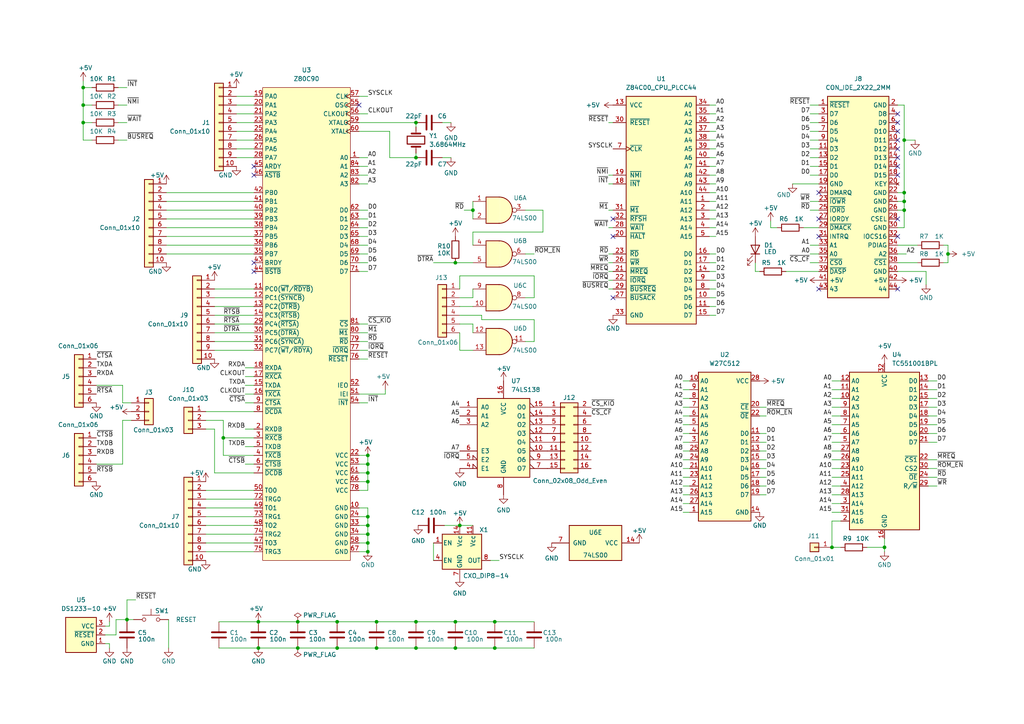
<source format=kicad_sch>
(kicad_sch (version 20231120) (generator "eeschema") (generator_version "8.0")
  (paper "A4")
  (title_block (title "Z80 KIO Prototype") (rev "1.1") (comment 1 "Add 10K pullup to ~{DTRA}"))
  (junction (at 106.68 154.94))
  (junction (at 74.93 187.96))
  (junction (at 106.68 160.02))
  (junction (at 132.08 76.2))
  (junction (at 24.13 25.4))
  (junction (at 106.68 134.62))
  (junction (at 97.79 180.34))
  (junction (at 120.65 187.96))
  (junction (at 97.79 187.96))
  (junction (at 24.13 30.48))
  (junction (at 120.65 180.34))
  (junction (at 143.51 180.34))
  (junction (at 274.955 73.66))
  (junction (at 109.22 180.34))
  (junction (at 262.255 60.96))
  (junction (at 137.16 60.96))
  (junction (at 86.36 180.34))
  (junction (at 24.13 35.56))
  (junction (at 86.36 187.96))
  (junction (at 106.68 152.4))
  (junction (at 262.255 40.64))
  (junction (at 64.77 127))
  (junction (at 74.93 180.34))
  (junction (at 132.08 180.34))
  (junction (at 36.83 179.705))
  (junction (at 143.51 187.96))
  (junction (at 262.255 58.42))
  (junction (at 132.08 187.96))
  (junction (at 241.3 158.75))
  (junction (at 106.68 132.08))
  (junction (at 106.68 149.86))
  (junction (at 106.68 157.48))
  (junction (at 133.35 152.4))
  (junction (at 106.68 139.7))
  (junction (at 256.54 158.75))
  (junction (at 109.22 187.96))
  (junction (at 106.68 137.16))
  (junction (at 120.65 45.72))
  (junction (at 120.65 35.56))
  (junction (at 262.255 55.88))
  (no_connect (at 237.49 83.82))
  (no_connect (at 237.49 68.58))
  (no_connect (at 260.35 63.5))
  (no_connect (at 177.8 63.5))
  (no_connect (at 260.35 43.18))
  (no_connect (at 260.35 45.72))
  (no_connect (at 260.35 68.58))
  (no_connect (at 260.35 83.82))
  (no_connect (at 177.8 68.58))
  (no_connect (at 260.35 40.64))
  (no_connect (at 260.35 50.8))
  (no_connect (at 73.66 78.74))
  (no_connect (at 73.66 50.8))
  (no_connect (at 177.8 86.36))
  (no_connect (at 73.66 48.26))
  (no_connect (at 260.35 48.26))
  (no_connect (at 237.49 55.88))
  (no_connect (at 104.14 30.48))
  (no_connect (at 260.35 35.56))
  (no_connect (at 260.35 33.02))
  (no_connect (at 260.35 38.1))
  (no_connect (at 73.66 76.2))
  (no_connect (at 237.49 63.5))
  (wire (pts (xy 62.23 86.36) (xy 73.66 86.36)))
  (wire (pts (xy 36.83 30.48) (xy 34.29 30.48)))
  (wire (pts (xy 71.12 134.62) (xy 73.66 134.62)))
  (wire (pts (xy 220.345 133.35) (xy 222.25 133.35)))
  (wire (pts (xy 120.65 180.34) (xy 132.08 180.34)))
  (wire (pts (xy 26.67 40.64) (xy 24.13 40.64)))
  (wire (pts (xy 176.53 60.96) (xy 177.8 60.96)))
  (wire (pts (xy 62.23 96.52) (xy 73.66 96.52)))
  (wire (pts (xy 38.735 179.705) (xy 36.83 179.705)))
  (wire (pts (xy 205.74 40.64) (xy 207.645 40.64)))
  (wire (pts (xy 176.53 53.34) (xy 177.8 53.34)))
  (wire (pts (xy 241.3 128.27) (xy 243.84 128.27)))
  (wire (pts (xy 68.58 43.18) (xy 73.66 43.18)))
  (wire (pts (xy 24.13 30.48) (xy 24.13 25.4)))
  (wire (pts (xy 176.53 66.04) (xy 177.8 66.04)))
  (wire (pts (xy 35.56 134.62) (xy 35.56 121.92)))
  (wire (pts (xy 268.605 78.74) (xy 268.605 82.55)))
  (wire (pts (xy 104.14 152.4) (xy 106.68 152.4)))
  (wire (pts (xy 104.14 160.02) (xy 106.68 160.02)))
  (wire (pts (xy 38.1 116.84) (xy 35.56 116.84)))
  (wire (pts (xy 63.5 187.96) (xy 74.93 187.96)))
  (wire (pts (xy 120.65 187.96) (xy 132.08 187.96)))
  (wire (pts (xy 48.895 179.705) (xy 48.895 187.96)))
  (wire (pts (xy 269.24 113.03) (xy 271.78 113.03)))
  (wire (pts (xy 64.77 127) (xy 73.66 127)))
  (wire (pts (xy 205.74 48.26) (xy 207.645 48.26)))
  (wire (pts (xy 137.16 101.6) (xy 133.35 101.6)))
  (wire (pts (xy 241.3 148.59) (xy 243.84 148.59)))
  (wire (pts (xy 62.23 99.06) (xy 73.66 99.06)))
  (wire (pts (xy 220.345 128.27) (xy 222.25 128.27)))
  (wire (pts (xy 71.12 116.84) (xy 73.66 116.84)))
  (wire (pts (xy 48.26 71.12) (xy 73.66 71.12)))
  (wire (pts (xy 133.35 83.82) (xy 133.35 80.01)))
  (wire (pts (xy 24.13 35.56) (xy 24.13 30.48)))
  (wire (pts (xy 128.905 152.4) (xy 133.35 152.4)))
  (wire (pts (xy 134.62 60.96) (xy 137.16 60.96)))
  (wire (pts (xy 205.74 43.18) (xy 207.645 43.18)))
  (wire (pts (xy 62.23 93.98) (xy 73.66 93.98)))
  (wire (pts (xy 59.69 157.48) (xy 73.66 157.48)))
  (wire (pts (xy 104.14 104.14) (xy 106.68 104.14)))
  (wire (pts (xy 104.14 116.84) (xy 106.68 116.84)))
  (wire (pts (xy 198.12 113.03) (xy 200.025 113.03)))
  (wire (pts (xy 198.12 115.57) (xy 200.025 115.57)))
  (wire (pts (xy 36.83 173.99) (xy 36.83 179.705)))
  (wire (pts (xy 59.69 144.78) (xy 73.66 144.78)))
  (wire (pts (xy 269.24 128.27) (xy 271.78 128.27)))
  (wire (pts (xy 220.345 138.43) (xy 222.25 138.43)))
  (wire (pts (xy 269.24 140.97) (xy 271.78 140.97)))
  (wire (pts (xy 274.955 76.2) (xy 274.955 73.66)))
  (wire (pts (xy 104.14 139.7) (xy 106.68 139.7)))
  (wire (pts (xy 97.79 187.96) (xy 109.22 187.96)))
  (wire (pts (xy 24.13 25.4) (xy 26.67 25.4)))
  (wire (pts (xy 241.3 125.73) (xy 243.84 125.73)))
  (wire (pts (xy 104.14 60.96) (xy 106.68 60.96)))
  (wire (pts (xy 205.74 30.48) (xy 207.645 30.48)))
  (wire (pts (xy 241.3 118.11) (xy 243.84 118.11)))
  (wire (pts (xy 106.68 149.86) (xy 106.68 152.4)))
  (wire (pts (xy 157.48 67.31) (xy 137.16 67.31)))
  (wire (pts (xy 234.95 35.56) (xy 237.49 35.56)))
  (wire (pts (xy 234.95 48.26) (xy 237.49 48.26)))
  (wire (pts (xy 111.76 113.03) (xy 111.76 114.3)))
  (wire (pts (xy 132.08 187.96) (xy 143.51 187.96)))
  (wire (pts (xy 104.14 35.56) (xy 120.65 35.56)))
  (wire (pts (xy 68.58 27.94) (xy 73.66 27.94)))
  (wire (pts (xy 198.12 143.51) (xy 200.025 143.51)))
  (wire (pts (xy 26.67 35.56) (xy 24.13 35.56)))
  (wire (pts (xy 198.12 146.05) (xy 200.025 146.05)))
  (wire (pts (xy 59.69 119.38) (xy 73.66 119.38)))
  (wire (pts (xy 198.12 133.35) (xy 200.025 133.35)))
  (wire (pts (xy 198.12 130.81) (xy 200.025 130.81)))
  (wire (pts (xy 137.16 86.36) (xy 137.16 83.82)))
  (wire (pts (xy 260.35 78.74) (xy 268.605 78.74)))
  (wire (pts (xy 205.74 50.8) (xy 207.645 50.8)))
  (wire (pts (xy 260.35 73.66) (xy 262.89 73.66)))
  (wire (pts (xy 71.12 111.76) (xy 73.66 111.76)))
  (wire (pts (xy 176.53 78.74) (xy 177.8 78.74)))
  (wire (pts (xy 269.24 123.19) (xy 271.78 123.19)))
  (wire (pts (xy 133.35 93.98) (xy 137.16 93.98)))
  (wire (pts (xy 205.74 58.42) (xy 207.645 58.42)))
  (wire (pts (xy 176.53 83.82) (xy 177.8 83.82)))
  (wire (pts (xy 104.14 27.94) (xy 106.68 27.94)))
  (wire (pts (xy 220.345 120.65) (xy 222.25 120.65)))
  (wire (pts (xy 251.46 158.75) (xy 256.54 158.75)))
  (wire (pts (xy 104.14 101.6) (xy 106.68 101.6)))
  (wire (pts (xy 64.77 127) (xy 64.77 121.92)))
  (wire (pts (xy 234.95 38.1) (xy 237.49 38.1)))
  (wire (pts (xy 205.74 53.34) (xy 207.645 53.34)))
  (wire (pts (xy 35.56 134.62) (xy 27.94 134.62)))
  (wire (pts (xy 260.35 66.04) (xy 262.255 66.04)))
  (wire (pts (xy 223.52 64.135) (xy 223.52 66.04)))
  (wire (pts (xy 205.74 91.44) (xy 207.645 91.44)))
  (wire (pts (xy 104.14 53.34) (xy 106.68 53.34)))
  (wire (pts (xy 104.14 68.58) (xy 106.68 68.58)))
  (wire (pts (xy 104.14 134.62) (xy 106.68 134.62)))
  (wire (pts (xy 104.14 132.08) (xy 106.68 132.08)))
  (wire (pts (xy 241.3 123.19) (xy 243.84 123.19)))
  (wire (pts (xy 133.35 152.4) (xy 137.16 152.4)))
  (wire (pts (xy 48.26 73.66) (xy 73.66 73.66)))
  (wire (pts (xy 205.74 73.66) (xy 207.645 73.66)))
  (wire (pts (xy 62.23 91.44) (xy 73.66 91.44)))
  (wire (pts (xy 106.68 157.48) (xy 106.68 160.02)))
  (wire (pts (xy 125.73 157.48) (xy 125.73 162.56)))
  (wire (pts (xy 104.14 93.98) (xy 106.68 93.98)))
  (wire (pts (xy 132.08 76.2) (xy 137.16 76.2)))
  (wire (pts (xy 198.12 110.49) (xy 200.025 110.49)))
  (wire (pts (xy 113.03 45.72) (xy 120.65 45.72)))
  (wire (pts (xy 234.95 50.8) (xy 237.49 50.8)))
  (wire (pts (xy 256.54 158.75) (xy 256.54 156.21)))
  (wire (pts (xy 274.955 73.66) (xy 274.955 71.12)))
  (wire (pts (xy 234.95 40.64) (xy 237.49 40.64)))
  (wire (pts (xy 262.255 60.96) (xy 262.255 66.04)))
  (wire (pts (xy 130.81 45.72) (xy 128.27 45.72)))
  (wire (pts (xy 234.95 71.12) (xy 237.49 71.12)))
  (wire (pts (xy 269.24 125.73) (xy 271.78 125.73)))
  (wire (pts (xy 106.68 147.32) (xy 106.68 149.86)))
  (wire (pts (xy 176.53 50.8) (xy 177.8 50.8)))
  (wire (pts (xy 241.3 146.05) (xy 243.84 146.05)))
  (wire (pts (xy 234.95 58.42) (xy 237.49 58.42)))
  (wire (pts (xy 152.4 60.96) (xy 157.48 60.96)))
  (wire (pts (xy 234.95 73.66) (xy 237.49 73.66)))
  (wire (pts (xy 39.37 173.99) (xy 36.83 173.99)))
  (wire (pts (xy 176.53 35.56) (xy 177.8 35.56)))
  (wire (pts (xy 154.94 92.71) (xy 154.94 99.06)))
  (wire (pts (xy 269.24 120.65) (xy 271.78 120.65)))
  (wire (pts (xy 234.95 45.72) (xy 237.49 45.72)))
  (wire (pts (xy 71.12 106.68) (xy 73.66 106.68)))
  (wire (pts (xy 269.24 110.49) (xy 271.78 110.49)))
  (wire (pts (xy 36.83 179.705) (xy 36.83 180.34)))
  (wire (pts (xy 205.74 66.04) (xy 207.645 66.04)))
  (wire (pts (xy 130.81 35.56) (xy 128.27 35.56)))
  (wire (pts (xy 59.69 152.4) (xy 73.66 152.4)))
  (wire (pts (xy 176.53 76.2) (xy 177.8 76.2)))
  (wire (pts (xy 143.51 187.96) (xy 154.94 187.96)))
  (wire (pts (xy 59.69 142.24) (xy 73.66 142.24)))
  (wire (pts (xy 205.74 60.96) (xy 207.645 60.96)))
  (wire (pts (xy 139.7 92.71) (xy 154.94 92.71)))
  (wire (pts (xy 229.87 53.34) (xy 237.49 53.34)))
  (wire (pts (xy 106.68 139.7) (xy 106.68 142.24)))
  (wire (pts (xy 106.68 137.16) (xy 106.68 139.7)))
  (wire (pts (xy 198.12 140.97) (xy 200.025 140.97)))
  (wire (pts (xy 48.26 60.96) (xy 73.66 60.96)))
  (wire (pts (xy 269.24 118.11) (xy 271.78 118.11)))
  (wire (pts (xy 241.3 135.89) (xy 243.84 135.89)))
  (wire (pts (xy 68.58 33.02) (xy 73.66 33.02)))
  (wire (pts (xy 220.345 140.97) (xy 222.25 140.97)))
  (wire (pts (xy 104.14 45.72) (xy 106.68 45.72)))
  (wire (pts (xy 198.12 148.59) (xy 200.025 148.59)))
  (wire (pts (xy 132.08 180.34) (xy 143.51 180.34)))
  (wire (pts (xy 120.65 44.45) (xy 120.65 45.72)))
  (wire (pts (xy 86.36 187.96) (xy 97.79 187.96)))
  (wire (pts (xy 198.12 135.89) (xy 200.025 135.89)))
  (wire (pts (xy 205.74 86.36) (xy 207.645 86.36)))
  (wire (pts (xy 176.53 81.28) (xy 177.8 81.28)))
  (wire (pts (xy 30.48 186.69) (xy 31.75 186.69)))
  (wire (pts (xy 68.58 40.64) (xy 73.66 40.64)))
  (wire (pts (xy 62.23 137.16) (xy 62.23 124.46)))
  (wire (pts (xy 241.3 110.49) (xy 243.84 110.49)))
  (wire (pts (xy 71.12 129.54) (xy 73.66 129.54)))
  (wire (pts (xy 220.345 118.11) (xy 222.25 118.11)))
  (wire (pts (xy 104.14 38.1) (xy 113.03 38.1)))
  (wire (pts (xy 62.23 83.82) (xy 73.66 83.82)))
  (wire (pts (xy 152.4 73.66) (xy 154.94 73.66)))
  (wire (pts (xy 36.83 35.56) (xy 34.29 35.56)))
  (wire (pts (xy 205.74 35.56) (xy 207.645 35.56)))
  (wire (pts (xy 154.94 86.36) (xy 152.4 86.36)))
  (wire (pts (xy 241.3 130.81) (xy 243.84 130.81)))
  (wire (pts (xy 220.345 78.74) (xy 219.075 78.74)))
  (wire (pts (xy 260.35 76.2) (xy 266.065 76.2)))
  (wire (pts (xy 109.22 180.34) (xy 120.65 180.34)))
  (wire (pts (xy 205.74 83.82) (xy 207.645 83.82)))
  (wire (pts (xy 256.54 160.02) (xy 256.54 158.75)))
  (wire (pts (xy 241.3 151.13) (xy 243.84 151.13)))
  (wire (pts (xy 198.12 138.43) (xy 200.025 138.43)))
  (wire (pts (xy 73.66 132.08) (xy 64.77 132.08)))
  (wire (pts (xy 97.79 180.34) (xy 109.22 180.34)))
  (wire (pts (xy 198.12 118.11) (xy 200.025 118.11)))
  (wire (pts (xy 142.24 162.56) (xy 144.78 162.56)))
  (wire (pts (xy 176.53 73.66) (xy 177.8 73.66)))
  (wire (pts (xy 33.655 179.705) (xy 36.83 179.705)))
  (wire (pts (xy 133.35 86.36) (xy 137.16 86.36)))
  (wire (pts (xy 104.14 99.06) (xy 106.68 99.06)))
  (wire (pts (xy 31.75 186.69) (xy 31.75 187.96)))
  (wire (pts (xy 71.12 124.46) (xy 73.66 124.46)))
  (wire (pts (xy 68.58 45.72) (xy 73.66 45.72)))
  (wire (pts (xy 269.24 115.57) (xy 271.78 115.57)))
  (wire (pts (xy 157.48 60.96) (xy 157.48 67.31)))
  (wire (pts (xy 33.655 179.705) (xy 33.655 184.15)))
  (wire (pts (xy 133.35 101.6) (xy 133.35 96.52)))
  (wire (pts (xy 241.3 133.35) (xy 243.84 133.35)))
  (wire (pts (xy 269.24 135.89) (xy 271.78 135.89)))
  (wire (pts (xy 104.14 33.02) (xy 106.68 33.02)))
  (wire (pts (xy 35.56 111.76) (xy 27.94 111.76)))
  (wire (pts (xy 274.955 71.12) (xy 273.685 71.12)))
  (wire (pts (xy 205.74 68.58) (xy 207.645 68.58)))
  (wire (pts (xy 68.58 38.1) (xy 73.66 38.1)))
  (wire (pts (xy 59.69 147.32) (xy 73.66 147.32)))
  (wire (pts (xy 104.14 78.74) (xy 106.68 78.74)))
  (wire (pts (xy 262.255 55.88) (xy 262.255 40.64)))
  (wire (pts (xy 106.68 132.08) (xy 106.68 134.62)))
  (wire (pts (xy 205.74 78.74) (xy 207.645 78.74)))
  (wire (pts (xy 198.12 128.27) (xy 200.025 128.27)))
  (wire (pts (xy 241.3 143.51) (xy 243.84 143.51)))
  (wire (pts (xy 133.35 80.01) (xy 154.94 80.01)))
  (wire (pts (xy 133.35 88.9) (xy 137.16 88.9)))
  (wire (pts (xy 273.685 76.2) (xy 274.955 76.2)))
  (wire (pts (xy 74.93 187.96) (xy 86.36 187.96)))
  (wire (pts (xy 125.73 76.2) (xy 132.08 76.2)))
  (wire (pts (xy 106.68 134.62) (xy 106.68 137.16)))
  (wire (pts (xy 62.23 124.46) (xy 59.69 124.46)))
  (wire (pts (xy 220.345 130.81) (xy 222.25 130.81)))
  (wire (pts (xy 260.35 60.96) (xy 262.255 60.96)))
  (wire (pts (xy 262.255 58.42) (xy 262.255 60.96)))
  (wire (pts (xy 262.255 40.64) (xy 265.43 40.64)))
  (wire (pts (xy 104.14 157.48) (xy 106.68 157.48)))
  (wire (pts (xy 205.74 38.1) (xy 207.645 38.1)))
  (wire (pts (xy 260.35 71.12) (xy 266.065 71.12)))
  (wire (pts (xy 62.23 101.6) (xy 73.66 101.6)))
  (wire (pts (xy 241.3 151.13) (xy 241.3 158.75)))
  (wire (pts (xy 35.56 121.92) (xy 38.1 121.92)))
  (wire (pts (xy 64.77 132.08) (xy 64.77 127)))
  (wire (pts (xy 31.75 181.61) (xy 31.75 180.34)))
  (wire (pts (xy 269.24 133.35) (xy 271.78 133.35)))
  (wire (pts (xy 104.14 147.32) (xy 106.68 147.32)))
  (wire (pts (xy 73.66 137.16) (xy 62.23 137.16)))
  (wire (pts (xy 30.48 181.61) (xy 31.75 181.61)))
  (wire (pts (xy 225.425 66.04) (xy 223.52 66.04)))
  (wire (pts (xy 137.16 60.96) (xy 137.16 63.5)))
  (wire (pts (xy 104.14 137.16) (xy 106.68 137.16)))
  (wire (pts (xy 120.65 35.56) (xy 120.65 36.83)))
  (wire (pts (xy 260.35 55.88) (xy 262.255 55.88)))
  (wire (pts (xy 220.345 125.73) (xy 222.25 125.73)))
  (wire (pts (xy 48.26 68.58) (xy 73.66 68.58)))
  (wire (pts (xy 104.14 76.2) (xy 106.68 76.2)))
  (wire (pts (xy 106.68 154.94) (xy 106.68 157.48)))
  (wire (pts (xy 104.14 63.5) (xy 106.68 63.5)))
  (wire (pts (xy 262.255 40.64) (xy 262.255 30.48)))
  (wire (pts (xy 109.22 187.96) (xy 120.65 187.96)))
  (wire (pts (xy 104.14 50.8) (xy 106.68 50.8)))
  (wire (pts (xy 48.26 66.04) (xy 73.66 66.04)))
  (wire (pts (xy 26.67 30.48) (xy 24.13 30.48)))
  (wire (pts (xy 36.83 25.4) (xy 34.29 25.4)))
  (wire (pts (xy 262.255 55.88) (xy 262.255 58.42)))
  (wire (pts (xy 62.23 88.9) (xy 73.66 88.9)))
  (wire (pts (xy 234.95 30.48) (xy 237.49 30.48)))
  (wire (pts (xy 234.95 76.2) (xy 237.49 76.2)))
  (wire (pts (xy 227.965 78.74) (xy 237.49 78.74)))
  (wire (pts (xy 104.14 114.3) (xy 111.76 114.3)))
  (wire (pts (xy 137.16 67.31) (xy 137.16 71.12)))
  (wire (pts (xy 234.95 60.96) (xy 237.49 60.96)))
  (wire (pts (xy 233.045 66.04) (xy 237.49 66.04)))
  (wire (pts (xy 48.26 63.5) (xy 73.66 63.5)))
  (wire (pts (xy 205.74 63.5) (xy 207.645 63.5)))
  (wire (pts (xy 205.74 81.28) (xy 207.645 81.28)))
  (wire (pts (xy 234.95 33.02) (xy 237.49 33.02)))
  (wire (pts (xy 68.58 30.48) (xy 73.66 30.48)))
  (wire (pts (xy 198.12 125.73) (xy 200.025 125.73)))
  (wire (pts (xy 74.93 180.34) (xy 86.36 180.34)))
  (wire (pts (xy 220.345 143.51) (xy 222.25 143.51)))
  (wire (pts (xy 139.7 91.44) (xy 139.7 92.71)))
  (wire (pts (xy 205.74 76.2) (xy 207.645 76.2)))
  (wire (pts (xy 71.12 109.22) (xy 73.66 109.22)))
  (wire (pts (xy 63.5 180.34) (xy 74.93 180.34)))
  (wire (pts (xy 24.13 40.64) (xy 24.13 35.56)))
  (wire (pts (xy 262.255 30.48) (xy 260.35 30.48)))
  (wire (pts (xy 71.12 114.3) (xy 73.66 114.3)))
  (wire (pts (xy 36.83 40.64) (xy 34.29 40.64)))
  (wire (pts (xy 143.51 180.34) (xy 154.94 180.34)))
  (wire (pts (xy 205.74 45.72) (xy 207.645 45.72)))
  (wire (pts (xy 59.69 160.02) (xy 73.66 160.02)))
  (wire (pts (xy 104.14 71.12) (xy 106.68 71.12)))
  (wire (pts (xy 104.14 142.24) (xy 106.68 142.24)))
  (wire (pts (xy 59.69 154.94) (xy 73.66 154.94)))
  (wire (pts (xy 104.14 96.52) (xy 106.68 96.52)))
  (wire (pts (xy 68.58 35.56) (xy 73.66 35.56)))
  (wire (pts (xy 133.35 91.44) (xy 139.7 91.44)))
  (wire (pts (xy 243.84 158.75) (xy 241.3 158.75)))
  (wire (pts (xy 106.68 152.4) (xy 106.68 154.94)))
  (wire (pts (xy 219.075 76.2) (xy 219.075 78.74)))
  (wire (pts (xy 104.14 66.04) (xy 106.68 66.04)))
  (wire (pts (xy 104.14 149.86) (xy 106.68 149.86)))
  (wire (pts (xy 48.26 58.42) (xy 73.66 58.42)))
  (wire (pts (xy 262.255 58.42) (xy 260.35 58.42)))
  (wire (pts (xy 220.345 135.89) (xy 222.25 135.89)))
  (wire (pts (xy 241.3 138.43) (xy 243.84 138.43)))
  (wire (pts (xy 33.655 184.15) (xy 30.48 184.15)))
  (wire (pts (xy 113.03 38.1) (xy 113.03 45.72)))
  (wire (pts (xy 137.16 93.98) (xy 137.16 96.52)))
  (wire (pts (xy 205.74 88.9) (xy 207.645 88.9)))
  (wire (pts (xy 64.77 121.92) (xy 59.69 121.92)))
  (wire (pts (xy 86.36 180.34) (xy 97.79 180.34)))
  (wire (pts (xy 234.95 43.18) (xy 237.49 43.18)))
  (wire (pts (xy 104.14 154.94) (xy 106.68 154.94)))
  (wire (pts (xy 154.94 99.06) (xy 152.4 99.06)))
  (wire (pts (xy 205.74 33.02) (xy 207.645 33.02)))
  (wire (pts (xy 241.3 120.65) (xy 243.84 120.65)))
  (wire (pts (xy 137.16 58.42) (xy 137.16 60.96)))
  (wire (pts (xy 241.3 113.03) (xy 243.84 113.03)))
  (wire (pts (xy 241.3 115.57) (xy 243.84 115.57)))
  (wire (pts (xy 35.56 116.84) (xy 35.56 111.76)))
  (wire (pts (xy 24.13 23.495) (xy 24.13 25.4)))
  (wire (pts (xy 48.26 55.88) (xy 73.66 55.88)))
  (wire (pts (xy 205.74 55.88) (xy 207.645 55.88)))
  (wire (pts (xy 154.94 80.01) (xy 154.94 86.36)))
  (wire (pts (xy 198.12 120.65) (xy 200.025 120.65)))
  (wire (pts (xy 241.3 140.97) (xy 243.84 140.97)))
  (wire (pts (xy 104.14 73.66) (xy 106.68 73.66)))
  (wire (pts (xy 59.69 149.86) (xy 73.66 149.86)))
  (wire (pts (xy 198.12 123.19) (xy 200.025 123.19)))
  (wire (pts (xy 269.24 138.43) (xy 271.78 138.43)))
  (wire (pts (xy 104.14 48.26) (xy 106.68 48.26)))
  (label "D1" (at 222.25 128.27 0))
  (label "~{RTSB}" (at 64.77 91.44 0))
  (label "~{CS_KIO}" (at 106.68 93.98 0))
  (label "D3" (at 271.78 118.11 0))
  (label "RXDA" (at 27.94 109.22 0))
  (label "~{CS_CF}" (at 234.95 76.2 180))
  (label "A5" (at 241.3 123.19 180))
  (label "~{M1}" (at 106.68 96.52 0))
  (label "A3" (at 241.3 118.11 180))
  (label "~{WR}" (at 176.53 76.2 180))
  (label "D4" (at 222.25 135.89 0))
  (label "D5" (at 222.25 138.43 0))
  (label "A5" (at 207.645 43.18 0))
  (label "A1" (at 207.645 33.02 0))
  (label "A0" (at 234.95 73.66 180))
  (label "A2" (at 262.89 73.66 0))
  (label "D2" (at 222.25 130.81 0))
  (label "A4" (at 198.12 120.65 180))
  (label "~{DTRA}" (at 64.77 96.52 0))
  (label "D7" (at 207.645 91.44 0))
  (label "A4" (at 241.3 120.65 180))
  (label "D1" (at 234.95 48.26 180))
  (label "A2" (at 207.645 35.56 0))
  (label "D3" (at 222.25 133.35 0))
  (label "~{RD}" (at 234.95 60.96 180))
  (label "D5" (at 234.95 38.1 180))
  (label "A0" (at 207.645 30.48 0))
  (label "A11" (at 241.3 138.43 180))
  (label "A7" (at 198.12 128.27 180))
  (label "D0" (at 271.78 110.49 0))
  (label "~{RD}" (at 176.53 73.66 180))
  (label "D1" (at 106.68 63.5 0))
  (label "A13" (at 207.645 63.5 0))
  (label "D5" (at 271.78 123.19 0))
  (label "~{IORQ}" (at 176.53 81.28 180))
  (label "D3" (at 106.68 68.58 0))
  (label "~{CTSB}" (at 27.94 127 0))
  (label "A15" (at 198.12 148.59 180))
  (label "A3" (at 198.12 118.11 180))
  (label "A9" (at 207.645 53.34 0))
  (label "~{RESET}" (at 176.53 35.56 180))
  (label "D5" (at 207.645 86.36 0))
  (label "A6" (at 207.645 45.72 0))
  (label "A8" (at 207.645 50.8 0))
  (label "D1" (at 207.645 76.2 0))
  (label "A3" (at 207.645 38.1 0))
  (label "D6" (at 222.25 140.97 0))
  (label "A2" (at 198.12 115.57 180))
  (label "CLKOUT" (at 106.68 33.02 0))
  (label "~{RTSA}" (at 64.77 93.98 0))
  (label "A0" (at 241.3 110.49 180))
  (label "~{RD}" (at 106.68 99.06 0))
  (label "D7" (at 222.25 143.51 0))
  (label "D6" (at 271.78 125.73 0))
  (label "A8" (at 241.3 130.81 180))
  (label "A12" (at 241.3 140.97 180))
  (label "RXDB" (at 71.12 124.46 180))
  (label "~{MREQ}" (at 271.78 133.35 0))
  (label "D2" (at 106.68 66.04 0))
  (label "~{CS_CF}" (at 171.45 120.65 0))
  (label "~{MREQ}" (at 176.53 78.74 180))
  (label "D6" (at 234.95 35.56 180))
  (label "D3" (at 234.95 43.18 180))
  (label "~{INT}" (at 36.83 25.4 0))
  (label "~{INT}" (at 176.53 53.34 180))
  (label "A9" (at 241.3 133.35 180))
  (label "D2" (at 207.645 78.74 0))
  (label "A4" (at 133.35 118.11 180))
  (label "~{WAIT}" (at 36.83 35.56 0))
  (label "RXDB" (at 27.94 132.08 0))
  (label "~{BUSREQ}" (at 36.83 40.64 0))
  (label "D2" (at 271.78 115.57 0))
  (label "~{RD}" (at 271.78 138.43 0))
  (label "A13" (at 241.3 143.51 180))
  (label "~{BUSREQ}" (at 176.53 83.82 180))
  (label "~{RTSA}" (at 27.94 114.3 0))
  (label "D3" (at 207.645 81.28 0))
  (label "D7" (at 234.95 33.02 180))
  (label "A12" (at 207.645 60.96 0))
  (label "D4" (at 271.78 120.65 0))
  (label "SYSCLK" (at 177.8 43.18 180))
  (label "A13" (at 198.12 143.51 180))
  (label "~{M1}" (at 176.53 60.96 180))
  (label "SYSCLK" (at 144.78 162.56 0))
  (label "CLKOUT" (at 71.12 109.22 180))
  (label "~{ROM_EN}" (at 154.94 73.66 0))
  (label "TXDA" (at 27.94 106.68 0))
  (label "A3" (at 106.68 53.34 0))
  (label "A8" (at 198.12 130.81 180))
  (label "D6" (at 106.68 76.2 0))
  (label "A1" (at 198.12 113.03 180))
  (label "D7" (at 271.78 128.27 0))
  (label "A7" (at 241.3 128.27 180))
  (label "SYSCLK" (at 106.68 27.94 0))
  (label "A10" (at 198.12 135.89 180))
  (label "A5" (at 198.12 123.19 180))
  (label "~{CS_KIO}" (at 171.45 118.11 0))
  (label "D6" (at 207.645 88.9 0))
  (label "~{CTSB}" (at 71.12 134.62 180))
  (label "D4" (at 234.95 40.64 180))
  (label "A4" (at 207.645 40.64 0))
  (label "~{CTSA}" (at 71.12 116.84 180))
  (label "D0" (at 222.25 125.73 0))
  (label "D0" (at 106.68 60.96 0))
  (label "TXDB" (at 27.94 129.54 0))
  (label "D5" (at 106.68 73.66 0))
  (label "A6" (at 198.12 125.73 180))
  (label "A0" (at 106.68 45.72 0))
  (label "A7" (at 207.645 48.26 0))
  (label "A2" (at 106.68 50.8 0))
  (label "~{NMI}" (at 176.53 50.8 180))
  (label "D7" (at 106.68 78.74 0))
  (label "A6" (at 133.35 123.19 180))
  (label "D4" (at 207.645 83.82 0))
  (label "~{ROM_EN}" (at 222.25 120.65 0))
  (label "~{RTSB}" (at 27.94 137.16 0))
  (label "D4" (at 106.68 71.12 0))
  (label "A7" (at 133.35 130.81 180))
  (label "A14" (at 207.645 66.04 0))
  (label "TXDB" (at 71.12 129.54 180))
  (label "~{DTRA}" (at 125.73 76.2 180))
  (label "~{RESET}" (at 234.95 30.48 180))
  (label "A15" (at 207.645 68.58 0))
  (label "~{RESET}" (at 106.68 104.14 0))
  (label "A14" (at 198.12 146.05 180))
  (label "A9" (at 198.12 133.35 180))
  (label "CLKOUT" (at 71.12 114.3 180))
  (label "A14" (at 241.3 146.05 180))
  (label "~{RD}" (at 134.62 60.96 180))
  (label "~{WAIT}" (at 176.53 66.04 180))
  (label "~{IORQ}" (at 106.68 101.6 0))
  (label "~{INT}" (at 106.68 116.84 0))
  (label "~{MREQ}" (at 222.25 118.11 0))
  (label "D0" (at 207.645 73.66 0))
  (label "A0" (at 198.12 110.49 180))
  (label "~{RESET}" (at 39.37 173.99 0))
  (label "D0" (at 234.95 50.8 180))
  (label "A1" (at 241.3 113.03 180))
  (label "A10" (at 207.645 55.88 0))
  (label "A15" (at 241.3 148.59 180))
  (label "~{WR}" (at 271.78 140.97 0))
  (label "A1" (at 234.95 71.12 180))
  (label "A1" (at 106.68 48.26 0))
  (label "TXDA" (at 71.12 111.76 180))
  (label "A11" (at 198.12 138.43 180))
  (label "A5" (at 133.35 120.65 180))
  (label "~{ROM_EN}" (at 271.78 135.89 0))
  (label "~{NMI}" (at 36.83 30.48 0))
  (label "A11" (at 207.645 58.42 0))
  (label "~{WR}" (at 234.95 58.42 180))
  (label "A6" (at 241.3 125.73 180))
  (label "D1" (at 271.78 113.03 0))
  (label "~{IORQ}" (at 133.35 133.35 180))
  (label "A12" (at 198.12 140.97 180))
  (label "A2" (at 241.3 115.57 180))
  (label "RXDA" (at 71.12 106.68 180))
  (label "~{CTSA}" (at 27.94 104.14 0))
  (label "D2" (at 234.95 45.72 180))
  (label "A10" (at 241.3 135.89 180))
  (symbol (lib_name "+5V_1") (lib_id "power:+5V") (at 256.54 105.41 0) (unit 1)
    (property "Reference" "#PWR06" (effects (hide yes)))
    (property "Value" "+5V" (at 256.54 100.33 0))
    (property "Description" "Power symbol creates a global label with name \"+5V\"" (effects (hide yes)))
  )
  (symbol (lib_id "power:GND") (at 229.87 53.34 0) (unit 1)
    (property "Reference" "#PWR031" (effects (hide yes)))
    (property "Value" "GND" (at 227.33 56.515 0))
  )
  (symbol (lib_id "power:GND") (at 68.58 48.26 0) (mirror y) (unit 1)
    (property "Reference" "#PWR018" (effects (hide yes)))
    (property "Value" "GND" (at 65.405 50.8 0))
  )
  (symbol (lib_id "Device:R") (at 132.08 72.39 0) (mirror y) (unit 1)
    (property "Reference" "R10" (at 128.778 71.374 0))
    (property "Value" "10K" (at 128.778 73.406 0))
    (property "Footprint" "Resistor_SMD:R_0805_2012Metric_Pad1.20x1.40mm_HandSolder" (effects (hide yes)))
  )
  (symbol (lib_id "Device:C") (at 124.46 45.72 270) (mirror x) (unit 1)
    (property "Reference" "C7" (at 128.27 47.625 90))
    (property "Value" "22pF" (at 120.015 47.625 90))
    (property "Footprint" "Capacitor_SMD:C_0805_2012Metric_Pad1.18x1.45mm_HandSolder" (effects (hide yes)))
  )
  (symbol (lib_id "Device:C") (at 97.79 184.15 180) (unit 1)
    (property "Reference" "C4" (at 102.235 183.515 0))
    (property "Value" "100n" (at 103.505 185.42 0))
    (property "Footprint" "Capacitor_SMD:C_0805_2012Metric_Pad1.18x1.45mm_HandSolder" (effects (hide yes)))
  )
  (symbol (lib_id "MyLibrary2023:2MM_44PIN_IDE") (at 248.92 40.64 0) (unit 1)
    (property "Reference" "J8" (at 248.92 22.86 0))
    (property "Value" "CON_IDE_2X22_2MM" (at 248.92 25.4 0))
    (property "Footprint" "MyLibrary2023:CompactFlashHeader_2x22_P2.00mm_Vertical" (effects (hide yes)))
  )
  (symbol (lib_id "power:+5V") (at 31.75 180.34 0) (unit 1)
    (property "Reference" "#PWR010" (effects (hide yes)))
    (property "Value" "+5V" (at 31.75 176.53 0))
  )
  (symbol (lib_id "Device:C") (at 74.93 184.15 180) (unit 1)
    (property "Reference" "C2" (at 79.375 183.515 0))
    (property "Value" "100n" (at 80.645 185.42 0))
    (property "Footprint" "Capacitor_SMD:C_0805_2012Metric_Pad1.18x1.45mm_HandSolder" (effects (hide yes)))
  )
  (symbol (lib_id "Connector_Generic:Conn_01x06") (at 128.27 88.9 0) (mirror y) (unit 1)
    (property "Reference" "J13" (at 128.016 80.518 0))
    (property "Value" "Conn_01x06" (at 127 99.314 0))
    (property "Footprint" "Connector_PinHeader_2.54mm:PinHeader_1x06_P2.54mm_Vertical" (effects (hide yes)))
    (property "Description" "Generic connector, single row, 01x06, script generated (kicad-library-utils/schlib/autogen/connector/)" (effects (hide yes)))
  )
  (symbol (lib_id "power:GND") (at 133.35 135.89 0) (unit 1)
    (property "Reference" "#PWR046" (effects (hide yes)))
    (property "Value" "GND" (at 133.35 140.335 0))
  )
  (symbol (lib_id "Device:R") (at 269.875 71.12 90) (unit 1)
    (property "Reference" "R7" (at 267.97 68.58 90))
    (property "Value" "1K" (at 272.415 68.58 90))
    (property "Footprint" "Resistor_SMD:R_0805_2012Metric_Pad1.20x1.40mm_HandSolder" (effects (hide yes)))
  )
  (symbol (lib_id "power:+5V") (at 185.42 157.48 0) (unit 1)
    (property "Reference" "#PWR043" (effects (hide yes)))
    (property "Value" "+5V" (at 185.42 153.924 0))
  )
  (symbol (lib_id "power:GND") (at 268.605 82.55 0) (unit 1)
    (property "Reference" "#PWR035" (effects (hide yes)))
    (property "Value" "GND" (at 268.605 86.36 0))
  )
  (symbol (lib_id "74xx:74LS00") (at 144.78 99.06 0) (unit 4)
    (property "Reference" "U6" (at 150.876 95.25 0))
    (property "Value" "74LS00" (at 152.146 101.6 0))
    (property "Footprint" "Package_DIP:DIP-14_W7.62mm_Socket" (effects (hide yes)))
    (property "Datasheet" "http://www.ti.com/lit/gpn/sn74ls00" (effects (hide yes)))
    (property "Description" "quad 2-input NAND gate" (effects (hide yes)))
  )
  (symbol (lib_id "power:+5V") (at 219.075 68.58 0) (unit 1)
    (property "Reference" "#PWR029" (effects (hide yes)))
    (property "Value" "+5V" (at 219.075 64.77 0))
  )
  (symbol (lib_id "MyLibrary2023:W27C512") (at 210.185 133.35 0) (unit 1)
    (property "Reference" "U2" (at 210.185 102.87 0))
    (property "Value" "W27C512" (at 210.185 105.41 0))
    (property "Footprint" "Package_DIP:DIP-28_W15.24mm" (effects (hide yes)))
  )
  (symbol (lib_id "Device:C") (at 132.08 184.15 180) (unit 1)
    (property "Reference" "C10" (at 136.525 183.515 0))
    (property "Value" "100n" (at 137.795 185.42 0))
    (property "Footprint" "Capacitor_SMD:C_0805_2012Metric_Pad1.18x1.45mm_HandSolder" (effects (hide yes)))
  )
  (symbol (lib_id "power:+5V") (at 74.93 180.34 0) (unit 1)
    (property "Reference" "#PWR07" (effects (hide yes)))
    (property "Value" "+5V" (at 74.295 176.53 0))
  )
  (symbol (lib_id "74xx:74LS138") (at 146.05 125.73 0) (unit 1)
    (property "Reference" "U7" (at 148.2441 110.49 0) (effects (justify left)))
    (property "Value" "74LS138" (at 148.2441 113.03 0) (effects (justify left)))
    (property "Footprint" "Package_DIP:DIP-16_W7.62mm_Socket" (effects (hide yes)))
    (property "Datasheet" "http://www.ti.com/lit/gpn/sn74LS138" (effects (hide yes)))
    (property "Description" "Decoder 3 to 8 active low outputs" (effects (hide yes)))
  )
  (symbol (lib_id "power:GND") (at 106.68 160.02 0) (unit 1)
    (property "Reference" "#PWR014" (effects (hide yes)))
    (property "Value" "GND" (at 106.68 163.83 0))
  )
  (symbol (lib_id "power:GND") (at 36.83 187.96 0) (unit 1)
    (property "Reference" "#PWR012" (effects (hide yes)))
    (property "Value" "GND" (at 36.83 191.77 0))
  )
  (symbol (lib_id "MyLibrary2023:Z80C90") (at 88.9 53.34 0) (mirror y) (unit 1)
    (property "Reference" "U3" (at 88.9 20.32 0))
    (property "Value" "Z80C90" (at 88.9 22.86 0))
    (property "Footprint" "Package_LCC:PLCC-84_THT-Socket" (effects (hide yes)))
    (property "Description" "Zilog Z80C90 KIO (CTC+PIO+SIO) PLCC84" (effects (hide yes)))
  )
  (symbol (lib_id "Device:Crystal") (at 120.65 40.64 90) (unit 1)
    (property "Reference" "Y1" (at 124.46 39.37 90) (effects (justify right)))
    (property "Value" "3.6864MHz" (at 124.46 41.91 90) (effects (justify right)))
    (property "Footprint" "Crystal:Crystal_HC49-U_Vertical" (effects (hide yes)))
  )
  (symbol (lib_id "power:+5V") (at 274.955 73.66 270) (unit 1)
    (property "Reference" "#PWR036" (effects (hide yes)))
    (property "Value" "+5V" (at 278.765 73.66 90) (effects (justify left)))
  )
  (symbol (lib_id "power:GND") (at 220.345 148.59 0) (unit 1)
    (property "Reference" "#PWR04" (effects (hide yes)))
    (property "Value" "GND" (at 220.345 152.4 0))
  )
  (symbol (lib_id "Device:R") (at 30.48 30.48 270) (mirror x) (unit 1)
    (property "Reference" "R2" (at 32.385 27.94 90))
    (property "Value" "10K" (at 27.94 27.94 90))
    (property "Footprint" "Resistor_SMD:R_0805_2012Metric_Pad1.20x1.40mm_HandSolder" (effects (hide yes)))
  )
  (symbol (lib_id "power:GND") (at 130.81 35.56 0) (mirror y) (unit 1)
    (property "Reference" "#PWR027" (effects (hide yes)))
    (property "Value" "GND" (at 130.81 40.005 0))
  )
  (symbol (lib_id "74xx:74LS00") (at 172.72 157.48 270) (unit 5)
    (property "Reference" "U6" (at 172.72 154.432 90))
    (property "Value" "74LS00" (at 172.72 161.036 90))
    (property "Footprint" "Package_DIP:DIP-14_W7.62mm_Socket" (effects (hide yes)))
    (property "Datasheet" "http://www.ti.com/lit/gpn/sn74ls00" (effects (hide yes)))
    (property "Description" "quad 2-input NAND gate" (effects (hide yes)))
  )
  (symbol (lib_id "Device:R") (at 229.235 66.04 90) (unit 1)
    (property "Reference" "R6" (at 227.33 63.5 90))
    (property "Value" "1K" (at 231.775 63.5 90))
    (property "Footprint" "Resistor_SMD:R_0805_2012Metric_Pad1.20x1.40mm_HandSolder" (effects (hide yes)))
  )
  (symbol (lib_id "Device:C") (at 120.65 184.15 180) (unit 1)
    (property "Reference" "C9" (at 125.095 183.515 0))
    (property "Value" "100n" (at 126.365 185.42 0))
    (property "Footprint" "Capacitor_SMD:C_0805_2012Metric_Pad1.18x1.45mm_HandSolder" (effects (hide yes)))
  )
  (symbol (lib_id "power:GND") (at 133.35 167.64 0) (unit 1)
    (property "Reference" "#PWR040" (effects (hide yes)))
    (property "Value" "GND" (at 133.35 172.085 0))
  )
  (symbol (lib_id "Connector_Generic:Conn_01x06") (at 22.86 109.22 0) (mirror y) (unit 1)
    (property "Reference" "J5" (at 20.32 109.22 0) (effects (justify left)))
    (property "Value" "Conn_01x06" (at 28.575 100.33 0) (effects (justify left)))
    (property "Footprint" "Connector_PinHeader_2.54mm:PinHeader_1x06_P2.54mm_Vertical" (effects (hide yes)))
  )
  (symbol (lib_id "Connector_Generic:Conn_01x10") (at 43.18 63.5 0) (mirror y) (unit 1)
    (property "Reference" "J2" (at 40.64 63.5 0) (effects (justify left)))
    (property "Value" "Conn_01x10" (at 40.64 66.04 0) (effects (justify left)))
    (property "Footprint" "Connector_PinHeader_2.54mm:PinHeader_1x10_P2.54mm_Vertical" (effects (hide yes)))
  )
  (symbol (lib_id "Switch:SW_Push") (at 43.815 179.705 0) (unit 1)
    (property "Reference" "SW1" (at 46.99 177.165 0))
    (property "Value" "RESET" (at 53.975 179.705 0))
    (property "Footprint" "MyLibrary2023:SW_TH_Tactile" (effects (hide yes)))
  )
  (symbol (lib_id "power:GND") (at 27.94 116.84 0) (mirror y) (unit 1)
    (property "Reference" "#PWR023" (effects (hide yes)))
    (property "Value" "GND" (at 27.94 120.65 0))
  )
  (symbol (lib_id "Device:R") (at 247.65 158.75 90) (unit 1)
    (property "Reference" "R9" (at 245.745 156.21 90))
    (property "Value" "10K" (at 250.19 156.21 90))
    (property "Footprint" "Resistor_SMD:R_0805_2012Metric_Pad1.20x1.40mm_HandSolder" (effects (hide yes)))
  )
  (symbol (lib_id "Device:R") (at 30.48 25.4 270) (mirror x) (unit 1)
    (property "Reference" "R1" (at 32.385 22.86 90))
    (property "Value" "10K" (at 27.94 22.86 90))
    (property "Footprint" "Resistor_SMD:R_0805_2012Metric_Pad1.20x1.40mm_HandSolder" (effects (hide yes)))
  )
  (symbol (lib_id "Connector_Generic:Conn_01x01") (at 236.22 158.75 180) (unit 1)
    (property "Reference" "J11" (at 235.966 155.448 0))
    (property "Value" "Conn_01x01" (at 236.22 162.052 0))
    (property "Footprint" "Connector_PinHeader_2.54mm:PinHeader_1x01_P2.54mm_Vertical" (effects (hide yes)))
    (property "Description" "Generic connector, single row, 01x01, script generated (kicad-library-utils/schlib/autogen/connector/)" (effects (hide yes)))
  )
  (symbol (lib_id "power:+5V") (at 59.69 139.7 0) (mirror y) (unit 1)
    (property "Reference" "#PWR025" (effects (hide yes)))
    (property "Value" "+5V" (at 59.055 137.16 0) (effects (justify left)))
  )
  (symbol (lib_id "power:GND") (at 130.81 45.72 0) (mirror y) (unit 1)
    (property "Reference" "#PWR028" (effects (hide yes)))
    (property "Value" "GND" (at 130.81 50.165 0))
  )
  (symbol (lib_id "power:GND") (at 74.93 187.96 0) (unit 1)
    (property "Reference" "#PWR08" (effects (hide yes)))
    (property "Value" "GND" (at 74.93 191.77 0))
  )
  (symbol (lib_id "Device:C") (at 124.46 35.56 90) (mirror x) (unit 1)
    (property "Reference" "C6" (at 128.27 33.655 90))
    (property "Value" "22pF" (at 120.015 33.655 90))
    (property "Footprint" "Capacitor_SMD:C_0805_2012Metric_Pad1.18x1.45mm_HandSolder" (effects (hide yes)))
  )
  (symbol (lib_id "Device:R") (at 30.48 40.64 270) (mirror x) (unit 1)
    (property "Reference" "R4" (at 32.385 38.1 90))
    (property "Value" "10K" (at 27.94 38.1 90))
    (property "Footprint" "Resistor_SMD:R_0805_2012Metric_Pad1.20x1.40mm_HandSolder" (effects (hide yes)))
  )
  (symbol (lib_id "power:GND") (at 265.43 40.64 0) (unit 1)
    (property "Reference" "#PWR034" (effects (hide yes)))
    (property "Value" "GND" (at 265.43 44.45 0))
  )
  (symbol (lib_id "power:GND") (at 48.895 187.96 0) (unit 1)
    (property "Reference" "#PWR013" (effects (hide yes)))
    (property "Value" "GND" (at 48.895 191.77 0))
  )
  (symbol (lib_id "Device:R") (at 30.48 35.56 270) (mirror x) (unit 1)
    (property "Reference" "R3" (at 32.385 33.02 90))
    (property "Value" "10K" (at 27.94 33.02 90))
    (property "Footprint" "Resistor_SMD:R_0805_2012Metric_Pad1.20x1.40mm_HandSolder" (effects (hide yes)))
  )
  (symbol (lib_id "power:+5V") (at 132.08 68.58 0) (unit 1)
    (property "Reference" "#PWR021" (effects (hide yes)))
    (property "Value" "+5V" (at 132.08 64.77 0))
  )
  (symbol (lib_id "power:GND") (at 27.94 139.7 0) (mirror y) (unit 1)
    (property "Reference" "#PWR024" (effects (hide yes)))
    (property "Value" "GND" (at 27.94 143.51 0))
  )
  (symbol (lib_id "power:+5V") (at 68.58 25.4 0) (mirror y) (unit 1)
    (property "Reference" "#PWR017" (effects (hide yes)))
    (property "Value" "+5V" (at 70.485 21.59 0) (effects (justify left)))
  )
  (symbol (lib_id "power:PWR_FLAG") (at 86.36 180.34 0) (unit 1)
    (property "Reference" "#FLG01" (effects (hide yes)))
    (property "Value" "PWR_FLAG" (at 92.71 178.435 0))
  )
  (symbol (lib_id "power:GND") (at 121.285 152.4 0) (unit 1)
    (property "Reference" "#PWR039" (effects (hide yes)))
    (property "Value" "GND" (at 121.285 156.845 0))
  )
  (symbol (lib_id "Device:R") (at 224.155 78.74 90) (unit 1)
    (property "Reference" "R5" (at 222.25 76.2 90))
    (property "Value" "1K" (at 226.695 76.2 90))
    (property "Footprint" "Resistor_SMD:R_0805_2012Metric_Pad1.20x1.40mm_HandSolder" (effects (hide yes)))
  )
  (symbol (lib_id "power:PWR_FLAG") (at 86.36 187.96 180) (unit 1)
    (property "Reference" "#FLG02" (effects (hide yes)))
    (property "Value" "PWR_FLAG" (at 92.71 189.865 0))
  )
  (symbol (lib_id "power:+5V") (at 177.8 30.48 90) (unit 1)
    (property "Reference" "#PWR01" (effects (hide yes)))
    (property "Value" "+5V" (at 173.99 30.48 90) (effects (justify left)))
  )
  (symbol (lib_id "MyLibrary2023:DS1233") (at 22.86 184.15 0) (unit 1)
    (property "Reference" "U5" (at 23.495 173.99 0))
    (property "Value" "DS1233-10" (at 23.495 176.53 0))
    (property "Footprint" "Package_TO_SOT_THT:TO-92L_Inline" (effects (hide yes)))
  )
  (symbol (lib_id "power:+5V") (at 24.13 23.495 0) (mirror y) (unit 1)
    (property "Reference" "#PWR09" (effects (hide yes)))
    (property "Value" "+5V" (at 24.765 19.685 0))
  )
  (symbol (lib_id "MyLibrary2023:TC551001BPL") (at 256.54 130.81 0) (unit 1)
    (property "Reference" "U4" (at 258.7341 102.87 0) (effects (justify left)))
    (property "Value" "TC551001BPL" (at 258.7341 105.41 0) (effects (justify left)))
    (property "Footprint" "Package_DIP:DIP-32_W15.24mm_Socket" (effects (hide yes)))
    (property "Description" "128K x 8 High-Speed CMOS Static RAM" (effects (hide yes)))
  )
  (symbol (lib_id "Device:C") (at 109.22 184.15 180) (unit 1)
    (property "Reference" "C8" (at 113.665 183.515 0))
    (property "Value" "100n" (at 114.935 185.42 0))
    (property "Footprint" "Capacitor_SMD:C_0805_2012Metric_Pad1.18x1.45mm_HandSolder" (effects (hide yes)))
  )
  (symbol (lib_id "power:+5V") (at 133.35 152.4 0) (unit 1)
    (property "Reference" "#PWR041" (effects (hide yes)))
    (property "Value" "+5V" (at 133.35 148.844 0))
  )
  (symbol (lib_id "Device:C") (at 154.94 184.15 180) (unit 1)
    (property "Reference" "C13" (at 159.385 183.515 0))
    (property "Value" "100n" (at 160.655 185.42 0))
    (property "Footprint" "Capacitor_SMD:C_0805_2012Metric_Pad1.18x1.45mm_HandSolder" (effects (hide yes)))
  )
  (symbol (lib_id "power:GND") (at 160.02 157.48 0) (unit 1)
    (property "Reference" "#PWR042" (effects (hide yes)))
    (property "Value" "GND" (at 160.02 161.925 0))
  )
  (symbol (lib_id "Device:C") (at 63.5 184.15 180) (unit 1)
    (property "Reference" "C1" (at 67.945 183.515 0))
    (property "Value" "100n" (at 69.215 185.42 0))
    (property "Footprint" "Capacitor_SMD:C_0805_2012Metric_Pad1.18x1.45mm_HandSolder" (effects (hide yes)))
  )
  (symbol (lib_id "power:+5V") (at 48.26 53.34 0) (mirror y) (unit 1)
    (property "Reference" "#PWR019" (effects (hide yes)))
    (property "Value" "+5V" (at 47.625 50.8 0) (effects (justify left)))
  )
  (symbol (lib_id "Device:C") (at 36.83 184.15 180) (unit 1)
    (property "Reference" "C5" (at 41.275 183.515 0))
    (property "Value" "100n" (at 42.545 185.42 0))
    (property "Footprint" "Capacitor_SMD:C_0805_2012Metric_Pad1.18x1.45mm_HandSolder" (effects (hide yes)))
  )
  (symbol (lib_id "power:GND") (at 177.8 91.44 0) (unit 1)
    (property "Reference" "#PWR02" (effects (hide yes)))
    (property "Value" "GND" (at 177.8 95.25 0))
  )
  (symbol (lib_id "power:+5V") (at 146.05 110.49 0) (unit 1)
    (property "Reference" "#PWR045" (effects (hide yes)))
    (property "Value" "+5V" (at 146.05 106.934 0))
  )
  (symbol (lib_id "Device:C") (at 86.36 184.15 180) (unit 1)
    (property "Reference" "C3" (at 90.805 183.515 0))
    (property "Value" "100n" (at 92.075 185.42 0))
    (property "Footprint" "Capacitor_SMD:C_0805_2012Metric_Pad1.18x1.45mm_HandSolder" (effects (hide yes)))
  )
  (symbol (lib_id "power:GND") (at 59.69 162.56 0) (mirror y) (unit 1)
    (property "Reference" "#PWR026" (effects (hide yes)))
    (property "Value" "GND" (at 56.515 165.1 0))
  )
  (symbol (lib_id "Connector_Generic:Conn_02x08_Odd_Even") (at 163.83 125.73 0) (unit 1)
    (property "Reference" "J12" (at 165.1 115.316 0))
    (property "Value" "Conn_02x08_Odd_Even" (at 165.354 139.446 0))
    (property "Footprint" "Connector_PinHeader_2.54mm:PinHeader_2x08_P2.54mm_Vertical" (effects (hide yes)))
    (property "Description" "Generic connector, double row, 02x08, odd/even pin numbering scheme (row 1 odd numbers, row 2 even numbers), script generated (kicad-library-utils/schlib/autogen/connector/)" (effects (hide yes)))
  )
  (symbol (lib_id "power:+5V") (at 220.345 110.49 270) (unit 1)
    (property "Reference" "#PWR03" (effects (hide yes)))
    (property "Value" "+5V" (at 223.52 110.49 90) (effects (justify left)))
  )
  (symbol (lib_id "Connector_Generic:Conn_01x03") (at 54.61 121.92 0) (mirror y) (unit 1)
    (property "Reference" "J10" (at 54.61 113.03 0))
    (property "Value" "Conn_01x03" (at 54.61 115.57 0))
    (property "Footprint" "Connector_PinHeader_2.54mm:PinHeader_1x03_P2.54mm_Vertical" (effects (hide yes)))
    (property "Description" "Generic connector, single row, 01x03, script generated (kicad-library-utils/schlib/autogen/connector/)" (effects (hide yes)))
  )
  (symbol (lib_id "74xx:74LS00") (at 144.78 60.96 0) (unit 1)
    (property "Reference" "U6" (at 150.876 57.404 0))
    (property "Value" "74LS00" (at 152.146 63.246 0))
    (property "Footprint" "Package_DIP:DIP-14_W7.62mm_Socket" (effects (hide yes)))
    (property "Datasheet" "http://www.ti.com/lit/gpn/sn74ls00" (effects (hide yes)))
    (property "Description" "quad 2-input NAND gate" (effects (hide yes)))
  )
  (symbol (lib_id "Connector_Generic:Conn_01x10") (at 57.15 91.44 0) (mirror y) (unit 1)
    (property "Reference" "J9" (at 54.61 91.44 0) (effects (justify left)))
    (property "Value" "Conn_01x10" (at 54.61 93.98 0) (effects (justify left)))
    (property "Footprint" "Connector_PinHeader_2.54mm:PinHeader_1x10_P2.54mm_Vertical" (effects (hide yes)))
  )
  (symbol (lib_id "Connector_Generic:Conn_01x03") (at 43.18 119.38 0) (unit 1)
    (property "Reference" "J3" (at 41.91 113.792 0) (effects (justify left)))
    (property "Value" "Conn_01x03" (at 38.608 124.714 0) (effects (justify left)))
    (property "Footprint" "Connector_PinSocket_2.54mm:PinSocket_1x03_P2.54mm_Vertical" (effects (hide yes)))
    (property "Description" "Generic connector, single row, 01x03, script generated (kicad-library-utils/schlib/autogen/connector/)" (effects (hide yes)))
  )
  (symbol (lib_id "74xx:74LS00") (at 144.78 73.66 0) (unit 2)
    (property "Reference" "U6" (at 150.876 69.85 0))
    (property "Value" "74LS00" (at 152.146 75.946 0))
    (property "Footprint" "Package_DIP:DIP-14_W7.62mm_Socket" (effects (hide yes)))
    (property "Datasheet" "http://www.ti.com/lit/gpn/sn74ls00" (effects (hide yes)))
    (property "Description" "quad 2-input NAND gate" (effects (hide yes)))
  )
  (symbol (lib_id "MyLibrary2023:CXO_DIP8-14") (at 133.35 160.02 0) (unit 1)
    (property "Reference" "X1" (at 140.335 153.67 0))
    (property "Value" "CXO_DIP8-14" (at 140.97 167.005 0))
    (property "Footprint" "MyLibrary2023:DIP-14_W7.62mm-XTAL_SOCKET" (effects (hide yes)))
  )
  (symbol (lib_id "Device:R") (at 269.875 76.2 90) (unit 1)
    (property "Reference" "R8" (at 267.97 73.66 90))
    (property "Value" "1K" (at 272.415 73.66 90))
    (property "Footprint" "Resistor_SMD:R_0805_2012Metric_Pad1.20x1.40mm_HandSolder" (effects (hide yes)))
  )
  (symbol (lib_id "Device:C") (at 143.51 184.15 180) (unit 1)
    (property "Reference" "C11" (at 147.955 183.515 0))
    (property "Value" "100n" (at 149.225 185.42 0))
    (property "Footprint" "Capacitor_SMD:C_0805_2012Metric_Pad1.18x1.45mm_HandSolder" (effects (hide yes)))
  )
  (symbol (lib_id "power:GND") (at 256.54 160.02 0) (unit 1)
    (property "Reference" "#PWR05" (effects (hide yes)))
    (property "Value" "GND" (at 256.54 163.83 0))
  )
  (symbol (lib_id "power:+5V") (at 62.23 81.28 0) (mirror y) (unit 1)
    (property "Reference" "#PWR037" (effects (hide yes)))
    (property "Value" "+5V" (at 64.135 77.47 0) (effects (justify left)))
  )
  (symbol (lib_id "MyLibrary2023:Z84C00_CPU_PLCC44") (at 191.77 60.96 0) (unit 1)
    (property "Reference" "U1" (at 191.77 22.86 0))
    (property "Value" "Z84C00_CPU_PLCC44" (at 191.77 25.4 0))
    (property "Footprint" "Package_LCC:PLCC-44_THT-Socket" (effects (hide yes)))
  )
  (symbol (lib_id "Device:C") (at 125.095 152.4 90) (unit 1)
    (property "Reference" "C12" (at 123.19 148.59 90) (effects (justify left)))
    (property "Value" "100n" (at 129.54 148.59 90) (effects (justify left)))
    (property "Footprint" "Capacitor_SMD:C_0805_2012Metric_Pad1.18x1.45mm_HandSolder" (effects (hide yes)))
  )
  (symbol (lib_id "power:+5V") (at 260.35 81.28 270) (unit 1)
    (property "Reference" "#PWR033" (effects (hide yes)))
    (property "Value" "+5V" (at 263.525 81.28 90) (effects (justify left)))
  )
  (symbol (lib_id "Connector_Generic:Conn_01x10") (at 54.61 149.86 0) (mirror y) (unit 1)
    (property "Reference" "J7" (at 52.07 149.86 0) (effects (justify left)))
    (property "Value" "Conn_01x10" (at 52.07 152.4 0) (effects (justify left)))
    (property "Footprint" "Connector_PinHeader_2.54mm:PinHeader_1x10_P2.54mm_Vertical" (effects (hide yes)))
  )
  (symbol (lib_id "power:GND") (at 31.75 187.96 0) (unit 1)
    (property "Reference" "#PWR011" (effects (hide yes)))
    (property "Value" "GND" (at 31.75 191.77 0))
  )
  (symbol (lib_id "Device:LED") (at 219.075 72.39 270) (mirror x) (unit 1)
    (property "Reference" "D1" (at 221.615 71.12 90) (effects (justify left)))
    (property "Value" "LED" (at 221.615 73.025 90) (effects (justify left)))
    (property "Footprint" "LED_SMD:LED_0805_2012Metric_Pad1.15x1.40mm_HandSolder" (effects (hide yes)))
  )
  (symbol (lib_id "Connector_Generic:Conn_01x10") (at 63.5 35.56 0) (mirror y) (unit 1)
    (property "Reference" "J1" (at 60.96 35.56 0) (effects (justify left)))
    (property "Value" "Conn_01x10" (at 60.96 38.1 0) (effects (justify left)))
    (property "Footprint" "Connector_PinHeader_2.54mm:PinHeader_1x10_P2.54mm_Vertical" (effects (hide yes)))
  )
  (symbol (lib_id "power:GND") (at 62.23 104.14 0) (mirror y) (unit 1)
    (property "Reference" "#PWR038" (effects (hide yes)))
    (property "Value" "GND" (at 59.055 106.68 0))
  )
  (symbol (lib_id "power:+5V") (at 237.49 81.28 90) (unit 1)
    (property "Reference" "#PWR032" (effects (hide yes)))
    (property "Value" "+5V" (at 234.315 81.28 90) (effects (justify left)))
  )
  (symbol (lib_id "power:+5V") (at 111.76 113.03 0) (unit 1)
    (property "Reference" "#PWR016" (effects (hide yes)))
    (property "Value" "+5V" (at 111.125 109.22 0))
  )
  (symbol (lib_id "power:GND") (at 48.26 76.2 0) (mirror y) (unit 1)
    (property "Reference" "#PWR020" (effects (hide yes)))
    (property "Value" "GND" (at 45.085 78.74 0))
  )
  (symbol (lib_id "power:+5V") (at 38.1 119.38 90) (mirror x) (unit 1)
    (property "Reference" "#PWR022" (effects (hide yes)))
    (property "Value" "+5V" (at 35.814 118.11 90) (effects (justify left)))
  )
  (symbol (lib_id "74xx:74LS00") (at 144.78 86.36 0) (unit 3)
    (property "Reference" "U6" (at 150.876 82.804 0))
    (property "Value" "74LS00" (at 152.146 88.9 0))
    (property "Footprint" "Package_DIP:DIP-14_W7.62mm_Socket" (effects (hide yes)))
    (property "Datasheet" "http://www.ti.com/lit/gpn/sn74ls00" (effects (hide yes)))
    (property "Description" "quad 2-input NAND gate" (effects (hide yes)))
  )
  (symbol (lib_id "power:GND") (at 146.05 143.51 0) (unit 1)
    (property "Reference" "#PWR044" (effects (hide yes)))
    (property "Value" "GND" (at 146.05 147.955 0))
  )
  (symbol (lib_id "power:+5V") (at 106.68 132.08 0) (unit 1)
    (property "Reference" "#PWR015" (effects (hide yes)))
    (property "Value" "+5V" (at 106.045 128.27 0))
  )
  (symbol (lib_id "power:+5V") (at 223.52 64.135 0) (unit 1)
    (property "Reference" "#PWR030" (effects (hide yes)))
    (property "Value" "+5V" (at 223.52 60.325 0))
  )
  (symbol (lib_id "Connector_Generic:Conn_01x06") (at 22.86 132.08 0) (mirror y) (unit 1)
    (property "Reference" "J6" (at 20.32 132.08 0) (effects (justify left)))
    (property "Value" "Conn_01x06" (at 28.575 123.19 0) (effects (justify left)))
    (property "Footprint" "Connector_PinHeader_2.54mm:PinHeader_1x06_P2.54mm_Vertical" (effects (hide yes)))
  )
)
</source>
